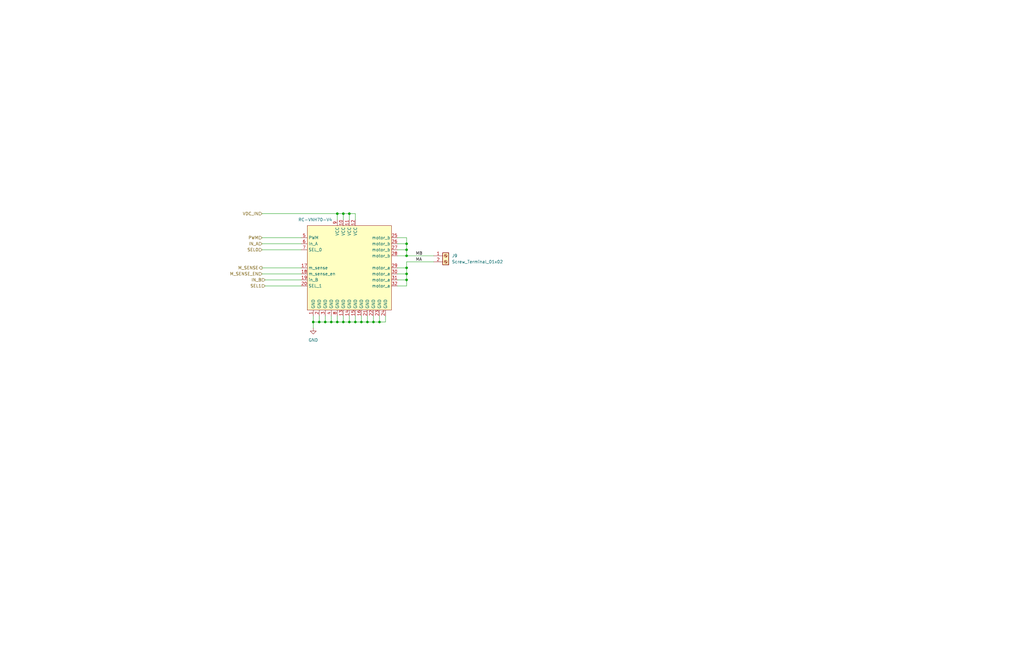
<source format=kicad_sch>
(kicad_sch (version 20250114) (generator "eeschema") (generator_version "9.0")
  (paper "USLedger")
  (title_block (title "RC-KAKATA-CONTROL") (date "2025-12-01") (rev "1.0") (company "ITLA-HUB"))
  (lib_symbols
    (symbol "Connector:Screw_Terminal_01x02" (pin_names (offset 1.016) (hide yes))
      (property "Reference" "J" (at 0 2.54 0))
      (property "Value" "Screw_Terminal_01x02" (at 0 -5.08 0))
      (symbol "Screw_Terminal_01x02_1_1"
        (rectangle (start -1.27 1.27) (end 1.27 -3.81) (stroke (width 0.254)) (fill (type background)))
        (polyline (pts (xy -0.5334 0.3302) (xy 0.3302 -0.508)) (stroke (width 0.1524)))
        (polyline (pts (xy -0.5334 -2.2098) (xy 0.3302 -3.048)) (stroke (width 0.1524)))
        (polyline (pts (xy -0.3556 0.508) (xy 0.508 -0.3302)) (stroke (width 0.1524)))
        (polyline (pts (xy -0.3556 -2.032) (xy 0.508 -2.8702)) (stroke (width 0.1524)))
        (circle (center 0 0) (radius 0.635) (stroke (width 0.1524)))
        (circle (center 0 -2.54) (radius 0.635) (stroke (width 0.1524)))
        (pin passive line (at -5.08 0 0) (length 3.81) (name "Pin_1") (number "1"))
        (pin passive line (at -5.08 -2.54 0) (length 3.81) (name "Pin_2") (number "2"))
      )
    )
    (symbol "EasyEDA:RC-VNH70-V1"
      (property "Reference" "RC-VNH70-V5" (at -3.81 -4.826 0))
      (symbol "RC-VNH70-V1_1_1"
        (rectangle (start -15.24 7.62) (end 20.32 -27.94) (fill (type background)))
        (pin unspecified line (at -17.78 2.54 0) (length 2.54) (name "motor_b") (number "25"))
        (pin unspecified line (at -17.78 0 0) (length 2.54) (name "motor_b") (number "26"))
        (pin unspecified line (at -17.78 -2.54 0) (length 2.54) (name "motor_b") (number "27"))
        (pin unspecified line (at -17.78 -5.08 0) (length 2.54) (name "motor_b") (number "28"))
        (pin unspecified line (at -17.78 -10.16 0) (length 2.54) (name "motor_a") (number "29"))
        (pin unspecified line (at -17.78 -12.7 0) (length 2.54) (name "motor_a") (number "30"))
        (pin unspecified line (at -17.78 -15.24 0) (length 2.54) (name "motor_a") (number "31"))
        (pin unspecified line (at -17.78 -17.78 0) (length 2.54) (name "motor_a") (number "32"))
        (pin unspecified line (at -12.7 -30.48 90) (length 2.54) (name "GND") (number "24"))
        (pin unspecified line (at -10.16 -30.48 90) (length 2.54) (name "GND") (number "23"))
        (pin unspecified line (at -7.62 -30.48 90) (length 2.54) (name "GND") (number "22"))
        (pin unspecified line (at -5.08 -30.48 90) (length 2.54) (name "GND") (number "21"))
        (pin unspecified line (at -2.54 -30.48 90) (length 2.54) (name "GND") (number "16"))
        (pin unspecified line (at 0 10.16 270) (length 2.54) (name "VCC") (number "12"))
        (pin unspecified line (at 0 -30.48 90) (length 2.54) (name "GND") (number "15"))
        (pin unspecified line (at 2.54 10.16 270) (length 2.54) (name "VCC") (number "11"))
        (pin unspecified line (at 2.54 -30.48 90) (length 2.54) (name "GND") (number "14"))
        (pin unspecified line (at 5.08 10.16 270) (length 2.54) (name "VCC") (number "10"))
        (pin unspecified line (at 5.08 -30.48 90) (length 2.54) (name "GND") (number "13"))
        (pin unspecified line (at 7.62 10.16 270) (length 2.54) (name "VCC") (number "9"))
        (pin unspecified line (at 7.62 -30.48 90) (length 2.54) (name "GND") (number "8"))
        (pin unspecified line (at 10.16 -30.48 90) (length 2.54) (name "GND") (number "4"))
        (pin unspecified line (at 12.7 -30.48 90) (length 2.54) (name "GND") (number "3"))
        (pin unspecified line (at 15.24 -30.48 90) (length 2.54) (name "GND") (number "2"))
        (pin unspecified line (at 17.78 -30.48 90) (length 2.54) (name "GND") (number "1"))
        (pin unspecified line (at 22.86 2.54 180) (length 2.54) (name "PWM") (number "5"))
        (pin unspecified line (at 22.86 0 180) (length 2.54) (name "In_A") (number "6"))
        (pin unspecified line (at 22.86 -2.54 180) (length 2.54) (name "SEL_0") (number "7"))
        (pin unspecified line (at 22.86 -10.16 180) (length 2.54) (name "m_sense") (number "17"))
        (pin unspecified line (at 22.86 -12.7 180) (length 2.54) (name "m_sense_en") (number "18"))
        (pin unspecified line (at 22.86 -15.24 180) (length 2.54) (name "in_B") (number "19"))
        (pin unspecified line (at 22.86 -17.78 180) (length 2.54) (name "SEL_1") (number "20"))
      )
    )
    (symbol "power:GND" (power) (pin_numbers (hide yes)) (pin_names (offset 0) (hide yes))
      (property "Value" "GND" (at 0 -3.81 0))
      (symbol "GND_0_1"
        (polyline (pts (xy 0 0) (xy 0 -1.27) (xy 1.27 -1.27) (xy 0 -2.54) (xy -1.27 -1.27) (xy 0 -1.27)))
      )
      (symbol "GND_1_1"
        (pin power_in line (at 0 0 270) (length 0) (name "~") (number "1"))
      )
    )
  )
  (junction (at 147.32 90.17))
  (junction (at 171.45 107.95))
  (junction (at 157.48 135.89))
  (junction (at 171.45 113.03))
  (junction (at 154.94 135.89))
  (junction (at 171.45 115.57))
  (junction (at 134.62 135.89))
  (junction (at 149.86 135.89))
  (junction (at 171.45 118.11))
  (junction (at 160.02 135.89))
  (junction (at 132.08 135.89))
  (junction (at 137.16 135.89))
  (junction (at 139.7 135.89))
  (junction (at 171.45 102.87))
  (junction (at 147.32 135.89))
  (junction (at 144.78 90.17))
  (junction (at 142.24 90.17))
  (junction (at 144.78 135.89))
  (junction (at 152.4 135.89))
  (junction (at 171.45 105.41))
  (junction (at 142.24 135.89))
  (wire (pts (xy 154.94 133.35) (xy 154.94 135.89)))
  (wire (pts (xy 171.45 110.49) (xy 171.45 113.03)))
  (wire (pts (xy 110.49 100.33) (xy 127 100.33)))
  (wire (pts (xy 134.62 135.89) (xy 132.08 135.89)))
  (wire (pts (xy 147.32 90.17) (xy 144.78 90.17)))
  (wire (pts (xy 147.32 92.71) (xy 147.32 90.17)))
  (wire (pts (xy 167.64 102.87) (xy 171.45 102.87)))
  (wire (pts (xy 149.86 135.89) (xy 147.32 135.89)))
  (wire (pts (xy 110.49 90.17) (xy 142.24 90.17)))
  (wire (pts (xy 171.45 120.65) (xy 171.45 118.11)))
  (wire (pts (xy 110.49 113.03) (xy 127 113.03)))
  (wire (pts (xy 167.64 107.95) (xy 171.45 107.95)))
  (wire (pts (xy 144.78 90.17) (xy 142.24 90.17)))
  (wire (pts (xy 160.02 133.35) (xy 160.02 135.89)))
  (wire (pts (xy 139.7 135.89) (xy 137.16 135.89)))
  (wire (pts (xy 162.56 133.35) (xy 162.56 135.89)))
  (wire (pts (xy 147.32 133.35) (xy 147.32 135.89)))
  (wire (pts (xy 171.45 113.03) (xy 167.64 113.03)))
  (wire (pts (xy 142.24 133.35) (xy 142.24 135.89)))
  (wire (pts (xy 132.08 135.89) (xy 132.08 138.43)))
  (wire (pts (xy 149.86 90.17) (xy 147.32 90.17)))
  (wire (pts (xy 137.16 135.89) (xy 134.62 135.89)))
  (wire (pts (xy 171.45 102.87) (xy 171.45 100.33)))
  (wire (pts (xy 142.24 135.89) (xy 139.7 135.89)))
  (wire (pts (xy 111.76 120.65) (xy 127 120.65)))
  (wire (pts (xy 157.48 135.89) (xy 160.02 135.89)))
  (wire (pts (xy 167.64 120.65) (xy 171.45 120.65)))
  (wire (pts (xy 144.78 135.89) (xy 142.24 135.89)))
  (wire (pts (xy 171.45 110.49) (xy 182.88 110.49)))
  (wire (pts (xy 167.64 115.57) (xy 171.45 115.57)))
  (wire (pts (xy 134.62 133.35) (xy 134.62 135.89)))
  (wire (pts (xy 139.7 133.35) (xy 139.7 135.89)))
  (wire (pts (xy 142.24 92.71) (xy 142.24 90.17)))
  (wire (pts (xy 149.86 133.35) (xy 149.86 135.89)))
  (wire (pts (xy 110.49 102.87) (xy 127 102.87)))
  (wire (pts (xy 167.64 100.33) (xy 171.45 100.33)))
  (wire (pts (xy 144.78 92.71) (xy 144.78 90.17)))
  (wire (pts (xy 160.02 135.89) (xy 162.56 135.89)))
  (wire (pts (xy 149.86 92.71) (xy 149.86 90.17)))
  (wire (pts (xy 157.48 133.35) (xy 157.48 135.89)))
  (wire (pts (xy 167.64 105.41) (xy 171.45 105.41)))
  (wire (pts (xy 171.45 107.95) (xy 171.45 105.41)))
  (wire (pts (xy 171.45 107.95) (xy 182.88 107.95)))
  (wire (pts (xy 137.16 133.35) (xy 137.16 135.89)))
  (wire (pts (xy 110.49 105.41) (xy 127 105.41)))
  (wire (pts (xy 171.45 105.41) (xy 171.45 102.87)))
  (wire (pts (xy 111.76 118.11) (xy 127 118.11)))
  (wire (pts (xy 147.32 135.89) (xy 144.78 135.89)))
  (wire (pts (xy 171.45 115.57) (xy 171.45 113.03)))
  (wire (pts (xy 154.94 135.89) (xy 157.48 135.89)))
  (wire (pts (xy 152.4 135.89) (xy 149.86 135.89)))
  (wire (pts (xy 167.64 118.11) (xy 171.45 118.11)))
  (wire (pts (xy 152.4 133.35) (xy 152.4 135.89)))
  (wire (pts (xy 110.49 115.57) (xy 127 115.57)))
  (wire (pts (xy 132.08 133.35) (xy 132.08 135.89)))
  (wire (pts (xy 154.94 135.89) (xy 152.4 135.89)))
  (wire (pts (xy 171.45 118.11) (xy 171.45 115.57)))
  (wire (pts (xy 144.78 133.35) (xy 144.78 135.89)))
  (label "MA" (at 175.26 110.49 0))
  (label "MB" (at 175.26 107.95 0))
  (hierarchical_label "IN_A" (shape input) (at 110.49 102.87 180))
  (hierarchical_label "IN_B" (shape input) (at 111.76 118.11 180))
  (hierarchical_label "SEL0" (shape input) (at 110.49 105.41 180))
  (hierarchical_label "PWM" (shape input) (at 110.49 100.33 180))
  (hierarchical_label "SEL1" (shape input) (at 111.76 120.65 180))
  (hierarchical_label "M_SENSE" (shape output) (at 110.49 113.03 180))
  (hierarchical_label "M_SENSE_EN" (shape input) (at 110.49 115.57 180))
  (hierarchical_label "VDC_IN" (shape input) (at 110.49 90.17 180))
  (symbol (lib_id "Connector:Screw_Terminal_01x02") (at 187.96 107.95 0) (unit 1)
    (property "Reference" "J2" (at 190.5 107.9499 0) (effects (justify left)))
    (property "Value" "Screw_Terminal_01x02" (at 190.5 110.4899 0) (effects (justify left)))
    (property "Footprint" "EasyEDA:CONN-TH_2P-P5.08_DIBO_DB128V-5.08" (effects (hide yes)))
    (property "Description" "Generic screw terminal, single row, 01x02, script generated (kicad-library-utils/schlib/autogen/connector/)" (effects (hide yes)))
    (property "LCSC Part" "C8465" (effects (hide yes)))
    (instances (project "RC-KAKATA-CONTROL" (path "" (reference "J9") (unit 1)) (path "" (reference "J2") (unit 1)) (path "" (reference "J17") (unit 1)) (path "" (reference "J11") (unit 1)) (path "" (reference "J23") (unit 1)) (path "" (reference "J7") (unit 1)) (path "" (reference "J21") (unit 1)) (path "" (reference "J13") (unit 1)) (path "" (reference "J19") (unit 1)) (path "" (reference "J5") (unit 1))))
  )
  (symbol (lib_id "power:GND") (at 132.08 138.43 0) (unit 1)
    (property "Reference" "#PWR103" (effects (hide yes)))
    (property "Value" "GND" (at 132.08 143.51 0))
    (property "Description" "Power symbol creates a global label with name \"GND\" , ground" (effects (hide yes)))
    (instances (project "RC-KAKATA-CONTROL" (path "" (reference "#PWR65") (unit 1)) (path "" (reference "#PWR103") (unit 1)) (path "" (reference "#PWR74") (unit 1)) (path "" (reference "#PWR68") (unit 1)) (path "" (reference "#PWR83") (unit 1)) (path "" (reference "#PWR62") (unit 1)) (path "" (reference "#PWR80") (unit 1)) (path "" (reference "#PWR71") (unit 1)) (path "" (reference "#PWR77") (unit 1)) (path "" (reference "#PWR58") (unit 1))))
  )
  (symbol (lib_id "EasyEDA:RC-VNH70-V1") (at 149.86 102.87 0) (mirror y) (unit 1) (in_bom no)
    (property "Reference" "RC-VNH70-V1" (at 140.0967 92.71 0) (effects (justify left)))
    (property "Footprint" "MG_footprints:RC-VNH70-V1" (effects (hide yes)))
    (instances (project "" (path "" (reference "RC-VNH70-V4") (unit 1)) (path "" (reference "RC-VNH70-V1") (unit 1)) (path "" (reference "RC-VNH70-V7") (unit 1)) (path "" (reference "RC-VNH70-V5") (unit 1)) (path "" (reference "RC-VNH70-V10") (unit 1)) (path "" (reference "RC-VNH70-V3") (unit 1)) (path "" (reference "RC-VNH70-V9") (unit 1)) (path "" (reference "RC-VNH70-V6") (unit 1)) (path "" (reference "RC-VNH70-V8") (unit 1)) (path "" (reference "RC-VNH70-V2") (unit 1))))
  )
)
</source>
